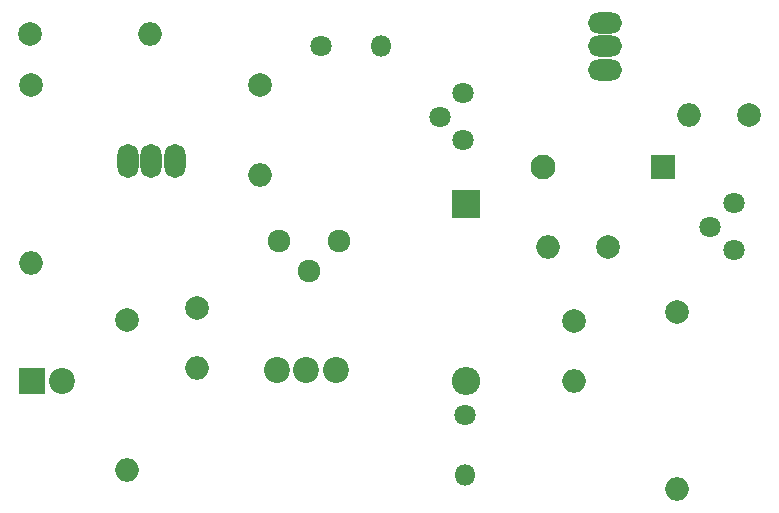
<source format=gbr>
G04 #@! TF.FileFunction,Soldermask,Bot*
%FSLAX46Y46*%
G04 Gerber Fmt 4.6, Leading zero omitted, Abs format (unit mm)*
G04 Created by KiCad (PCBNEW 4.0.5) date 06/09/17 00:57:21*
%MOMM*%
%LPD*%
G01*
G04 APERTURE LIST*
%ADD10C,0.100000*%
%ADD11C,2.000000*%
%ADD12O,2.000000X2.000000*%
%ADD13R,2.400000X2.400000*%
%ADD14O,2.400000X2.400000*%
%ADD15C,2.099260*%
%ADD16R,2.099260X2.099260*%
%ADD17R,2.200000X2.200000*%
%ADD18C,2.200000*%
%ADD19C,1.924000*%
%ADD20O,1.800000X2.900000*%
%ADD21O,2.900000X1.800000*%
%ADD22C,1.800000*%
%ADD23O,1.800000X1.800000*%
G04 APERTURE END LIST*
D10*
D11*
X76476860Y-67068700D03*
D12*
X76476860Y-82068700D03*
D13*
X113280000Y-77090000D03*
D14*
X113280000Y-92090000D03*
D11*
X131130000Y-86230000D03*
D12*
X131130000Y-101230000D03*
D15*
X119809480Y-73962540D03*
D16*
X129969480Y-73962540D03*
D17*
X76545440Y-92118180D03*
D18*
X79085440Y-92118180D03*
D19*
X102481380Y-80256380D03*
X97401380Y-80256380D03*
X99941380Y-82796380D03*
D20*
X86629240Y-73469500D03*
X88629240Y-73469500D03*
X84629240Y-73469500D03*
D21*
X125060000Y-63760000D03*
X125060000Y-65760000D03*
X125060000Y-61760000D03*
D22*
X133930000Y-79030000D03*
X135930000Y-81030000D03*
X135930000Y-77030000D03*
D11*
X76390500Y-62727840D03*
D12*
X86550500Y-62727840D03*
D11*
X84602320Y-86939120D03*
D12*
X84602320Y-99639120D03*
D11*
X95811340Y-67022980D03*
D12*
X95811340Y-74642980D03*
D11*
X125260000Y-80720000D03*
D12*
X120180000Y-80720000D03*
D22*
X113230000Y-94980000D03*
D23*
X113230000Y-100060000D03*
D11*
X122420000Y-87030000D03*
D12*
X122420000Y-92110000D03*
D11*
X90457020Y-85925660D03*
D12*
X90457020Y-91005660D03*
D11*
X137240000Y-69570000D03*
D12*
X132160000Y-69570000D03*
D22*
X100990000Y-63740000D03*
D23*
X106070000Y-63740000D03*
D18*
X102260000Y-91120000D03*
X99760000Y-91120000D03*
X97260000Y-91120000D03*
D22*
X111030000Y-69720000D03*
X113030000Y-71720000D03*
X113030000Y-67720000D03*
M02*

</source>
